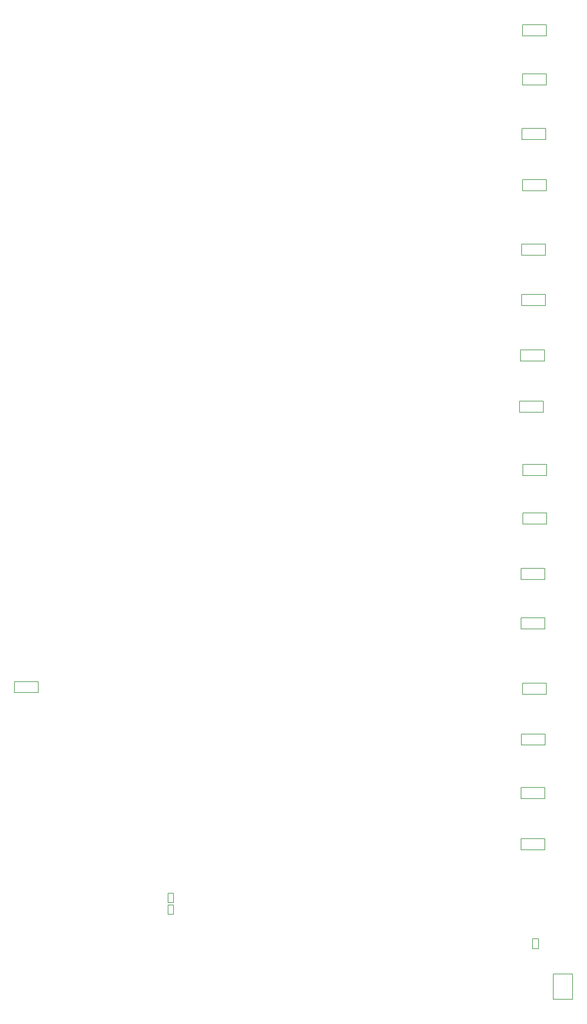
<source format=gbr>
%TF.GenerationSoftware,Altium Limited,Altium Designer,24.10.1 (45)*%
G04 Layer_Color=32768*
%FSLAX43Y43*%
%MOMM*%
%TF.SameCoordinates,766D9AF5-BA92-4156-BEB6-FD46E2A8267A*%
%TF.FilePolarity,Positive*%
%TF.FileFunction,Other,Bottom_Courtyard*%
%TF.Part,Single*%
G01*
G75*
%TA.AperFunction,NonConductor*%
%ADD81C,0.200*%
D81*
X150997Y28204D02*
Y31004D01*
X149297D02*
X150997D01*
X149297Y28204D02*
Y31004D01*
Y28204D02*
X150997D01*
X46852Y43782D02*
X48402D01*
Y41170D02*
Y43782D01*
X46852Y41170D02*
X48402D01*
X46852D02*
Y43782D01*
Y37880D02*
X48402D01*
X46852D02*
Y40492D01*
X48402D01*
Y37880D02*
Y40492D01*
X155092Y14007D02*
Y21117D01*
Y14007D02*
X160592D01*
Y21117D01*
X155092D02*
X160592D01*
X145673Y178954D02*
Y182074D01*
X152373D01*
Y178954D02*
Y182074D01*
X145673Y178954D02*
X152373D01*
X145943Y193294D02*
Y196414D01*
X152643D01*
Y193294D02*
Y196414D01*
X145943Y193294D02*
X152643D01*
X146260Y208904D02*
Y212024D01*
X152960D01*
Y208904D02*
Y212024D01*
X146260Y208904D02*
X152960D01*
X146255Y223059D02*
Y226179D01*
X152955D01*
Y223059D02*
Y226179D01*
X146255Y223059D02*
X152955D01*
X146460Y270903D02*
X153160D01*
Y274023D01*
X146460D02*
X153160D01*
X146460Y270903D02*
Y274023D01*
Y284713D02*
X153160D01*
Y287833D01*
X146460D02*
X153160D01*
X146460Y284713D02*
Y287833D01*
X146506Y241178D02*
Y244298D01*
X153206D01*
Y241178D02*
Y244298D01*
X146506Y241178D02*
X153206D01*
X146322Y255588D02*
X153022D01*
Y258708D01*
X146322D02*
X153022D01*
X146322Y255588D02*
Y258708D01*
X146074Y56005D02*
Y59125D01*
X152774D01*
Y56005D02*
Y59125D01*
X146074Y56005D02*
X152774D01*
X146074Y70415D02*
X152774D01*
Y73535D01*
X146074D02*
X152774D01*
X146074Y70415D02*
Y73535D01*
X146174Y85425D02*
Y88545D01*
X152874D01*
Y85425D02*
Y88545D01*
X146174Y85425D02*
X152874D01*
X146479Y99688D02*
X153179D01*
Y102808D01*
X146479D02*
X153179D01*
X146479Y99688D02*
Y102808D01*
X146584Y147499D02*
X153284D01*
Y150619D01*
X146584D02*
X153284D01*
X146584Y147499D02*
Y150619D01*
Y161169D02*
X153284D01*
Y164289D01*
X146584D02*
X153284D01*
X146584Y161169D02*
Y164289D01*
X146056Y118049D02*
X152756D01*
Y121169D01*
X146056D02*
X152756D01*
X146056Y118049D02*
Y121169D01*
X146041Y131965D02*
X152741D01*
Y135085D01*
X146041D02*
X152741D01*
X146041Y131965D02*
Y135085D01*
X10330Y100149D02*
Y103269D01*
X3630Y100149D02*
X10330D01*
X3630D02*
Y103269D01*
X10330D01*
%TF.MD5,31b96ac60f5a8ee6627073da0f7532e2*%
M02*

</source>
